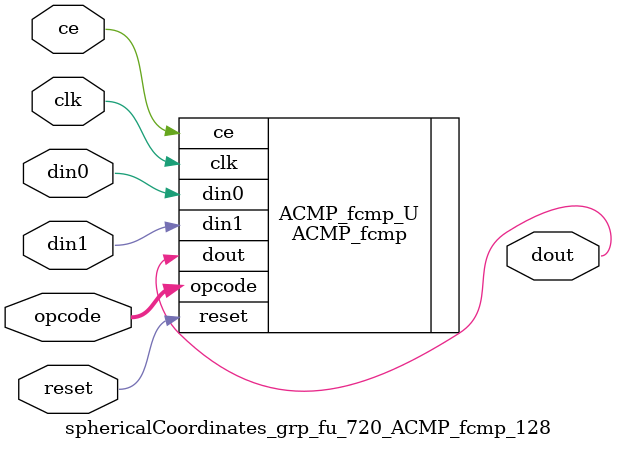
<source format=v>

`timescale 1 ns / 1 ps
module sphericalCoordinates_grp_fu_720_ACMP_fcmp_128(
    clk,
    reset,
    ce,
    din0,
    din1,
    opcode,
    dout);

parameter ID = 32'd1;
parameter NUM_STAGE = 32'd1;
parameter din0_WIDTH = 32'd1;
parameter din1_WIDTH = 32'd1;
parameter dout_WIDTH = 32'd1;
input clk;
input reset;
input ce;
input[din0_WIDTH - 1:0] din0;
input[din1_WIDTH - 1:0] din1;
input[5 - 1:0] opcode;
output[dout_WIDTH - 1:0] dout;



ACMP_fcmp #(
.ID( ID ),
.NUM_STAGE( 3 ),
.din0_WIDTH( din0_WIDTH ),
.din1_WIDTH( din1_WIDTH ),
.dout_WIDTH( dout_WIDTH ))
ACMP_fcmp_U(
    .clk( clk ),
    .reset( reset ),
    .ce( ce ),
    .din0( din0 ),
    .din1( din1 ),
    .dout( dout ),
    .opcode( opcode ));

endmodule

</source>
